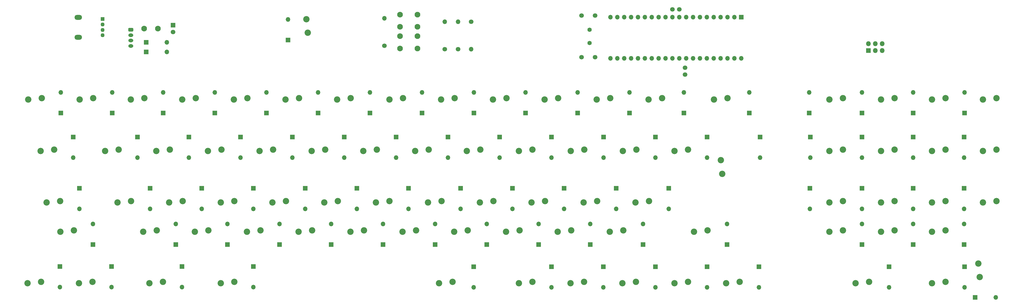
<source format=gts>
%TF.GenerationSoftware,KiCad,Pcbnew,(5.1.6)-1*%
%TF.CreationDate,2020-06-04T13:23:12+02:00*%
%TF.ProjectId,m0116_usb,6d303131-365f-4757-9362-2e6b69636164,rev?*%
%TF.SameCoordinates,Original*%
%TF.FileFunction,Soldermask,Top*%
%TF.FilePolarity,Negative*%
%FSLAX46Y46*%
G04 Gerber Fmt 4.6, Leading zero omitted, Abs format (unit mm)*
G04 Created by KiCad (PCBNEW (5.1.6)-1) date 2020-06-04 13:23:12*
%MOMM*%
%LPD*%
G01*
G04 APERTURE LIST*
%ADD10O,1.850000X1.300000*%
%ADD11O,1.700000X1.700000*%
%ADD12R,1.700000X1.700000*%
%ADD13C,1.600000*%
%ADD14C,1.700000*%
%ADD15O,1.450000X1.450000*%
%ADD16R,1.450000X1.450000*%
%ADD17O,2.800000X1.800000*%
%ADD18C,2.350000*%
%ADD19O,1.800000X1.800000*%
%ADD20R,1.800000X1.800000*%
%ADD21C,2.100000*%
G04 APERTURE END LIST*
D10*
%TO.C,J3*%
X69723000Y-87153000D03*
X69723000Y-85153000D03*
X69723000Y-83153000D03*
G36*
G01*
X69068832Y-80503000D02*
X70377168Y-80503000D01*
G75*
G02*
X70648000Y-80773832I0J-270832D01*
G01*
X70648000Y-81532168D01*
G75*
G02*
X70377168Y-81803000I-270832J0D01*
G01*
X69068832Y-81803000D01*
G75*
G02*
X68798000Y-81532168I0J270832D01*
G01*
X68798000Y-80773832D01*
G75*
G02*
X69068832Y-80503000I270832J0D01*
G01*
G37*
%TD*%
D11*
%TO.C,U1*%
X294944800Y-91744800D03*
X246684800Y-76504800D03*
X292404800Y-91744800D03*
X249224800Y-76504800D03*
X289864800Y-91744800D03*
X251764800Y-76504800D03*
X287324800Y-91744800D03*
X254304800Y-76504800D03*
X284784800Y-91744800D03*
X256844800Y-76504800D03*
X282244800Y-91744800D03*
X259384800Y-76504800D03*
X279704800Y-91744800D03*
X261924800Y-76504800D03*
X277164800Y-91744800D03*
X264464800Y-76504800D03*
X274624800Y-91744800D03*
X267004800Y-76504800D03*
X272084800Y-91744800D03*
X269544800Y-76504800D03*
X269544800Y-91744800D03*
X272084800Y-76504800D03*
X267004800Y-91744800D03*
X274624800Y-76504800D03*
X264464800Y-91744800D03*
X277164800Y-76504800D03*
X261924800Y-91744800D03*
X279704800Y-76504800D03*
X259384800Y-91744800D03*
X282244800Y-76504800D03*
X256844800Y-91744800D03*
X284784800Y-76504800D03*
X254304800Y-91744800D03*
X287324800Y-76504800D03*
X251764800Y-91744800D03*
X289864800Y-76504800D03*
X249224800Y-91744800D03*
X292404800Y-76504800D03*
X246684800Y-91744800D03*
D12*
X294944800Y-76504800D03*
%TD*%
D13*
%TO.C,XTAL1*%
X239014000Y-86033000D03*
X239014000Y-81153000D03*
%TD*%
D14*
%TO.C,C5*%
X236046000Y-91313000D03*
X241046000Y-91313000D03*
%TD*%
%TO.C,C4*%
X236046000Y-75946000D03*
X241046000Y-75946000D03*
%TD*%
%TO.C,C1*%
X85344000Y-82002000D03*
D12*
X85344000Y-79502000D03*
%TD*%
D15*
%TO.C,J2*%
X59309000Y-83216000D03*
X59309000Y-81216000D03*
X59309000Y-79216000D03*
D16*
X59309000Y-77216000D03*
%TD*%
D17*
%TO.C,USB1*%
X50391000Y-76614000D03*
X50391000Y-83914000D03*
%TD*%
D18*
%TO.C,MX34*%
X351496000Y-125539000D03*
X346496000Y-126039000D03*
%TD*%
%TO.C,MX40*%
X107910000Y-144589000D03*
X102910000Y-145089000D03*
%TD*%
D19*
%TO.C,J1*%
X346964000Y-86360000D03*
X346964000Y-88900000D03*
X344424000Y-86360000D03*
X344424000Y-88900000D03*
X341884000Y-86360000D03*
D20*
X341884000Y-88900000D03*
%TD*%
D18*
%TO.C,MX14*%
X289901000Y-106489000D03*
X284901000Y-106989000D03*
%TD*%
%TO.C,MX1*%
X36917000Y-106489000D03*
X31917000Y-106989000D03*
%TD*%
D12*
%TO.C,D3*%
X43942000Y-112014000D03*
D11*
X43942000Y-104394000D03*
%TD*%
D14*
%TO.C,R3*%
X185547000Y-88392000D03*
D11*
X185547000Y-78232000D03*
%TD*%
%TO.C,D1*%
X83058000Y-85852000D03*
D12*
X75438000Y-85852000D03*
%TD*%
D11*
%TO.C,D2*%
X83058000Y-89408000D03*
D12*
X75438000Y-89408000D03*
%TD*%
D18*
%TO.C,MX62*%
X227243000Y-155893000D03*
X232243000Y-155393000D03*
%TD*%
%TO.C,MX64*%
X277535000Y-155893000D03*
X282535000Y-155393000D03*
%TD*%
D11*
%TO.C,D18*%
X339471000Y-104394000D03*
D12*
X339471000Y-112014000D03*
%TD*%
D18*
%TO.C,MX3*%
X74763000Y-106489000D03*
X69763000Y-106989000D03*
%TD*%
%TO.C,MX72*%
X135065000Y-82256000D03*
X134565000Y-77256000D03*
%TD*%
%TO.C,MX81*%
X382969000Y-172680000D03*
X382469000Y-167680000D03*
%TD*%
%TO.C,MX80*%
X365292000Y-174943000D03*
X370292000Y-174443000D03*
%TD*%
%TO.C,MX79*%
X337098000Y-174943000D03*
X342098000Y-174443000D03*
%TD*%
%TO.C,MX78*%
X289346000Y-174943000D03*
X294346000Y-174443000D03*
%TD*%
%TO.C,MX77*%
X270296000Y-174943000D03*
X275296000Y-174443000D03*
%TD*%
%TO.C,MX76*%
X251119000Y-174943000D03*
X256119000Y-174443000D03*
%TD*%
%TO.C,MX75*%
X231942000Y-174943000D03*
X236942000Y-174443000D03*
%TD*%
%TO.C,MX74*%
X212892000Y-174943000D03*
X217892000Y-174443000D03*
%TD*%
%TO.C,MX73*%
X183428000Y-174943000D03*
X188428000Y-174443000D03*
%TD*%
%TO.C,MX71*%
X102910000Y-174943000D03*
X107910000Y-174443000D03*
%TD*%
%TO.C,MX70*%
X76621000Y-174943000D03*
X81621000Y-174443000D03*
%TD*%
%TO.C,MX69*%
X50586000Y-174943000D03*
X55586000Y-174443000D03*
%TD*%
%TO.C,MX68*%
X31663000Y-174943000D03*
X36663000Y-174443000D03*
%TD*%
%TO.C,MX67*%
X365292000Y-155893000D03*
X370292000Y-155393000D03*
%TD*%
%TO.C,MX66*%
X346496000Y-155893000D03*
X351496000Y-155393000D03*
%TD*%
%TO.C,MX65*%
X327446000Y-155893000D03*
X332446000Y-155393000D03*
%TD*%
%TO.C,MX63*%
X246420000Y-155893000D03*
X251420000Y-155393000D03*
%TD*%
%TO.C,MX61*%
X208193000Y-155893000D03*
X213193000Y-155393000D03*
%TD*%
%TO.C,MX60*%
X189016000Y-155893000D03*
X194016000Y-155393000D03*
%TD*%
%TO.C,MX59*%
X169966000Y-155893000D03*
X174966000Y-155393000D03*
%TD*%
%TO.C,MX58*%
X150789000Y-155893000D03*
X155789000Y-155393000D03*
%TD*%
%TO.C,MX57*%
X131612000Y-155893000D03*
X136612000Y-155393000D03*
%TD*%
%TO.C,MX56*%
X112562000Y-155893000D03*
X117562000Y-155393000D03*
%TD*%
%TO.C,MX55*%
X93385000Y-155893000D03*
X98385000Y-155393000D03*
%TD*%
%TO.C,MX54*%
X74335000Y-155893000D03*
X79335000Y-155393000D03*
%TD*%
%TO.C,MX53*%
X43728000Y-155893000D03*
X48728000Y-155393000D03*
%TD*%
%TO.C,MX52*%
X389088000Y-144589000D03*
X384088000Y-145089000D03*
%TD*%
%TO.C,MX51*%
X370292000Y-144589000D03*
X365292000Y-145089000D03*
%TD*%
%TO.C,MX50*%
X351496000Y-144589000D03*
X346496000Y-145089000D03*
%TD*%
%TO.C,MX49*%
X332446000Y-144589000D03*
X327446000Y-145089000D03*
%TD*%
%TO.C,MX48*%
X260945000Y-144589000D03*
X255945000Y-145089000D03*
%TD*%
%TO.C,MX47*%
X241768000Y-144589000D03*
X236768000Y-145089000D03*
%TD*%
%TO.C,MX46*%
X222591000Y-144589000D03*
X217591000Y-145089000D03*
%TD*%
%TO.C,MX45*%
X203541000Y-144589000D03*
X198541000Y-145089000D03*
%TD*%
%TO.C,MX44*%
X184364000Y-144589000D03*
X179364000Y-145089000D03*
%TD*%
%TO.C,MX43*%
X165187000Y-144589000D03*
X160187000Y-145089000D03*
%TD*%
%TO.C,MX42*%
X146137000Y-144589000D03*
X141137000Y-145089000D03*
%TD*%
%TO.C,MX41*%
X126960000Y-144589000D03*
X121960000Y-145089000D03*
%TD*%
%TO.C,MX39*%
X88860000Y-144589000D03*
X83860000Y-145089000D03*
%TD*%
%TO.C,MX38*%
X69810000Y-144589000D03*
X64810000Y-145089000D03*
%TD*%
%TO.C,MX37*%
X43648000Y-144589000D03*
X38648000Y-145089000D03*
%TD*%
%TO.C,MX36*%
X389088000Y-125539000D03*
X384088000Y-126039000D03*
%TD*%
%TO.C,MX35*%
X370292000Y-125539000D03*
X365292000Y-126039000D03*
%TD*%
%TO.C,MX33*%
X332446000Y-125539000D03*
X327446000Y-126039000D03*
%TD*%
%TO.C,MX32*%
X287973000Y-134453000D03*
X287473000Y-129453000D03*
%TD*%
%TO.C,MX31*%
X275296000Y-125539000D03*
X270296000Y-126039000D03*
%TD*%
%TO.C,MX30*%
X256246000Y-125539000D03*
X251246000Y-126039000D03*
%TD*%
%TO.C,MX29*%
X237069000Y-125539000D03*
X232069000Y-126039000D03*
%TD*%
%TO.C,MX28*%
X217892000Y-125539000D03*
X212892000Y-126039000D03*
%TD*%
%TO.C,MX27*%
X198715000Y-125539000D03*
X193715000Y-126039000D03*
%TD*%
%TO.C,MX26*%
X179665000Y-125539000D03*
X174665000Y-126039000D03*
%TD*%
%TO.C,MX25*%
X160488000Y-125539000D03*
X155488000Y-126039000D03*
%TD*%
%TO.C,MX24*%
X141438000Y-125539000D03*
X136438000Y-126039000D03*
%TD*%
%TO.C,MX23*%
X122261000Y-125539000D03*
X117261000Y-126039000D03*
%TD*%
%TO.C,MX22*%
X103211000Y-125539000D03*
X98211000Y-126039000D03*
%TD*%
%TO.C,MX21*%
X84161000Y-125539000D03*
X79161000Y-126039000D03*
%TD*%
%TO.C,MX20*%
X65238000Y-125539000D03*
X60238000Y-126039000D03*
%TD*%
%TO.C,MX19*%
X41489000Y-125539000D03*
X36489000Y-126039000D03*
%TD*%
%TO.C,MX18*%
X389088000Y-106489000D03*
X384088000Y-106989000D03*
%TD*%
%TO.C,MX17*%
X370292000Y-106489000D03*
X365292000Y-106989000D03*
%TD*%
%TO.C,MX16*%
X351496000Y-106489000D03*
X346496000Y-106989000D03*
%TD*%
%TO.C,MX15*%
X332446000Y-106489000D03*
X327446000Y-106989000D03*
%TD*%
%TO.C,MX13*%
X265771000Y-106489000D03*
X260771000Y-106989000D03*
%TD*%
%TO.C,MX12*%
X246594000Y-106489000D03*
X241594000Y-106989000D03*
%TD*%
%TO.C,MX11*%
X227417000Y-106489000D03*
X222417000Y-106989000D03*
%TD*%
%TO.C,MX10*%
X208367000Y-106489000D03*
X203367000Y-106989000D03*
%TD*%
%TO.C,MX9*%
X189190000Y-106489000D03*
X184190000Y-106989000D03*
%TD*%
%TO.C,MX8*%
X170140000Y-106489000D03*
X165140000Y-106989000D03*
%TD*%
%TO.C,MX7*%
X150836000Y-106489000D03*
X145836000Y-106989000D03*
%TD*%
%TO.C,MX6*%
X131786000Y-106489000D03*
X126786000Y-106989000D03*
%TD*%
%TO.C,MX5*%
X112736000Y-106489000D03*
X107736000Y-106989000D03*
%TD*%
%TO.C,MX4*%
X93686000Y-106489000D03*
X88686000Y-106989000D03*
%TD*%
%TO.C,MX2*%
X55840000Y-106489000D03*
X50840000Y-106989000D03*
%TD*%
D21*
%TO.C,Reset1*%
X175537000Y-75565000D03*
X175537000Y-80065000D03*
X169037000Y-75565000D03*
X169037000Y-80065000D03*
%TD*%
D11*
%TO.C,R2*%
X195326000Y-88392000D03*
D14*
X195326000Y-78232000D03*
%TD*%
%TO.C,R4*%
X190500000Y-88392000D03*
D11*
X190500000Y-78232000D03*
%TD*%
%TO.C,R1*%
X163322000Y-76962000D03*
D14*
X163322000Y-87122000D03*
%TD*%
D21*
%TO.C,F1*%
X74676000Y-80762000D03*
X79756000Y-80772000D03*
%TD*%
D11*
%TO.C,D74*%
X127762000Y-77343000D03*
D12*
X127762000Y-84963000D03*
%TD*%
D11*
%TO.C,D83*%
X388874000Y-180213000D03*
D12*
X381254000Y-180213000D03*
%TD*%
D11*
%TO.C,D82*%
X377317000Y-176530000D03*
D12*
X377317000Y-168910000D03*
%TD*%
D11*
%TO.C,D81*%
X349504000Y-176530000D03*
D12*
X349504000Y-168910000D03*
%TD*%
D11*
%TO.C,D80*%
X301498000Y-176530000D03*
D12*
X301498000Y-168910000D03*
%TD*%
D11*
%TO.C,D79*%
X282321000Y-176530000D03*
D12*
X282321000Y-168910000D03*
%TD*%
D11*
%TO.C,D78*%
X263271000Y-176530000D03*
D12*
X263271000Y-168910000D03*
%TD*%
D11*
%TO.C,D77*%
X244094000Y-176530000D03*
D12*
X244094000Y-168910000D03*
%TD*%
D11*
%TO.C,D76*%
X224917000Y-176530000D03*
D12*
X224917000Y-168910000D03*
%TD*%
D11*
%TO.C,D75*%
X196215000Y-176530000D03*
D12*
X196215000Y-168910000D03*
%TD*%
D11*
%TO.C,D73*%
X114935000Y-176403000D03*
D12*
X114935000Y-168783000D03*
%TD*%
D11*
%TO.C,D72*%
X88646000Y-176403000D03*
D12*
X88646000Y-168783000D03*
%TD*%
D11*
%TO.C,D71*%
X62611000Y-176403000D03*
D12*
X62611000Y-168783000D03*
%TD*%
D11*
%TO.C,D70*%
X43561000Y-176403000D03*
D12*
X43561000Y-168783000D03*
%TD*%
D11*
%TO.C,D69*%
X377190000Y-153035000D03*
D12*
X377190000Y-160655000D03*
%TD*%
D11*
%TO.C,D68*%
X358394000Y-153035000D03*
D12*
X358394000Y-160655000D03*
%TD*%
D11*
%TO.C,D67*%
X339471000Y-153035000D03*
D12*
X339471000Y-160655000D03*
%TD*%
D11*
%TO.C,D66*%
X289687000Y-153035000D03*
D12*
X289687000Y-160655000D03*
%TD*%
D11*
%TO.C,D65*%
X258699000Y-153035000D03*
D12*
X258699000Y-160655000D03*
%TD*%
D11*
%TO.C,D64*%
X239268000Y-153035000D03*
D12*
X239268000Y-160655000D03*
%TD*%
D11*
%TO.C,D63*%
X220218000Y-153035000D03*
D12*
X220218000Y-160655000D03*
%TD*%
D11*
%TO.C,D62*%
X201041000Y-153035000D03*
D12*
X201041000Y-160655000D03*
%TD*%
D11*
%TO.C,D61*%
X181991000Y-153035000D03*
D12*
X181991000Y-160655000D03*
%TD*%
D11*
%TO.C,D60*%
X162814000Y-153035000D03*
D12*
X162814000Y-160655000D03*
%TD*%
D11*
%TO.C,D59*%
X143637000Y-153035000D03*
D12*
X143637000Y-160655000D03*
%TD*%
D11*
%TO.C,D58*%
X124587000Y-153035000D03*
D12*
X124587000Y-160655000D03*
%TD*%
D11*
%TO.C,D57*%
X105410000Y-153035000D03*
D12*
X105410000Y-160655000D03*
%TD*%
D11*
%TO.C,D56*%
X86360000Y-153035000D03*
D12*
X86360000Y-160655000D03*
%TD*%
D11*
%TO.C,D55*%
X55753000Y-153035000D03*
D12*
X55753000Y-160655000D03*
%TD*%
D11*
%TO.C,D54*%
X377190000Y-147447000D03*
D12*
X377190000Y-139827000D03*
%TD*%
D11*
%TO.C,D53*%
X358394000Y-147447000D03*
D12*
X358394000Y-139827000D03*
%TD*%
D11*
%TO.C,D52*%
X339471000Y-147447000D03*
D12*
X339471000Y-139827000D03*
%TD*%
D11*
%TO.C,D51*%
X320294000Y-147447000D03*
D12*
X320294000Y-139827000D03*
%TD*%
D11*
%TO.C,D50*%
X268224000Y-147447000D03*
D12*
X268224000Y-139827000D03*
%TD*%
D11*
%TO.C,D49*%
X248793000Y-147447000D03*
D12*
X248793000Y-139827000D03*
%TD*%
D11*
%TO.C,D48*%
X229616000Y-147447000D03*
D12*
X229616000Y-139827000D03*
%TD*%
D11*
%TO.C,D47*%
X210566000Y-147447000D03*
D12*
X210566000Y-139827000D03*
%TD*%
D11*
%TO.C,D46*%
X191389000Y-147447000D03*
D12*
X191389000Y-139827000D03*
%TD*%
D11*
%TO.C,D45*%
X172212000Y-147447000D03*
D12*
X172212000Y-139827000D03*
%TD*%
D11*
%TO.C,D44*%
X153162000Y-147447000D03*
D12*
X153162000Y-139827000D03*
%TD*%
D11*
%TO.C,D43*%
X134112000Y-147447000D03*
D12*
X134112000Y-139827000D03*
%TD*%
D11*
%TO.C,D42*%
X114935000Y-147447000D03*
D12*
X114935000Y-139827000D03*
%TD*%
D11*
%TO.C,D41*%
X95885000Y-147447000D03*
D12*
X95885000Y-139827000D03*
%TD*%
D11*
%TO.C,D40*%
X76835000Y-147447000D03*
D12*
X76835000Y-139827000D03*
%TD*%
D11*
%TO.C,D39*%
X50800000Y-147447000D03*
D12*
X50800000Y-139827000D03*
%TD*%
D11*
%TO.C,D38*%
X377190000Y-128524000D03*
D12*
X377190000Y-120904000D03*
%TD*%
D11*
%TO.C,D37*%
X358394000Y-128524000D03*
D12*
X358394000Y-120904000D03*
%TD*%
D11*
%TO.C,D36*%
X339471000Y-128524000D03*
D12*
X339471000Y-120904000D03*
%TD*%
D11*
%TO.C,D35*%
X320421000Y-128524000D03*
D12*
X320421000Y-120904000D03*
%TD*%
D11*
%TO.C,D34*%
X301879000Y-128524000D03*
D12*
X301879000Y-120904000D03*
%TD*%
D11*
%TO.C,D33*%
X282321000Y-128524000D03*
D12*
X282321000Y-120904000D03*
%TD*%
D11*
%TO.C,D32*%
X263271000Y-128524000D03*
D12*
X263271000Y-120904000D03*
%TD*%
D11*
%TO.C,D31*%
X244144800Y-128524000D03*
D12*
X244144800Y-120904000D03*
%TD*%
D11*
%TO.C,D30*%
X224942400Y-128524000D03*
D12*
X224942400Y-120904000D03*
%TD*%
D11*
%TO.C,D29*%
X205841600Y-128524000D03*
D12*
X205841600Y-120904000D03*
%TD*%
D11*
%TO.C,D28*%
X186740800Y-128524000D03*
D12*
X186740800Y-120904000D03*
%TD*%
D11*
%TO.C,D27*%
X167589200Y-128524000D03*
D12*
X167589200Y-120904000D03*
%TD*%
D11*
%TO.C,D26*%
X148488400Y-128524000D03*
D12*
X148488400Y-120904000D03*
%TD*%
D11*
%TO.C,D25*%
X129336800Y-128524000D03*
D12*
X129336800Y-120904000D03*
%TD*%
D11*
%TO.C,D24*%
X110185200Y-128524000D03*
D12*
X110185200Y-120904000D03*
%TD*%
D11*
%TO.C,D23*%
X91135200Y-128524000D03*
D12*
X91135200Y-120904000D03*
%TD*%
%TO.C,D22*%
X72237600Y-120904000D03*
D11*
X72237600Y-128524000D03*
%TD*%
%TO.C,D21*%
X48514000Y-128524000D03*
D12*
X48514000Y-120904000D03*
%TD*%
D11*
%TO.C,D20*%
X377317000Y-104394000D03*
D12*
X377317000Y-112014000D03*
%TD*%
D11*
%TO.C,D19*%
X358394000Y-104394000D03*
D12*
X358394000Y-112014000D03*
%TD*%
D11*
%TO.C,D17*%
X320040000Y-104394000D03*
D12*
X320040000Y-112014000D03*
%TD*%
D11*
%TO.C,D16*%
X297942000Y-104394000D03*
D12*
X297942000Y-112014000D03*
%TD*%
D11*
%TO.C,D15*%
X273812000Y-104394000D03*
D12*
X273812000Y-112014000D03*
%TD*%
D11*
%TO.C,D14*%
X253746000Y-104394000D03*
D12*
X253746000Y-112014000D03*
%TD*%
D11*
%TO.C,D13*%
X234569000Y-104394000D03*
D12*
X234569000Y-112014000D03*
%TD*%
D11*
%TO.C,D12*%
X215392000Y-104394000D03*
D12*
X215392000Y-112014000D03*
%TD*%
D11*
%TO.C,D11*%
X196342000Y-104394000D03*
D12*
X196342000Y-112014000D03*
%TD*%
D11*
%TO.C,D10*%
X177165000Y-104394000D03*
D12*
X177165000Y-112014000D03*
%TD*%
D11*
%TO.C,D9*%
X157988000Y-104394000D03*
D12*
X157988000Y-112014000D03*
%TD*%
D11*
%TO.C,D8*%
X138811000Y-104394000D03*
D12*
X138811000Y-112014000D03*
%TD*%
D11*
%TO.C,D7*%
X119761000Y-104394000D03*
D12*
X119761000Y-112014000D03*
%TD*%
D11*
%TO.C,D6*%
X100711000Y-104394000D03*
D12*
X100711000Y-112014000D03*
%TD*%
D11*
%TO.C,D5*%
X81661000Y-104394000D03*
D12*
X81661000Y-112014000D03*
%TD*%
D11*
%TO.C,D4*%
X62865000Y-104394000D03*
D12*
X62865000Y-112014000D03*
%TD*%
D14*
%TO.C,C3*%
X269584800Y-73660000D03*
X272084800Y-73660000D03*
%TD*%
%TO.C,C2*%
X274193000Y-95250000D03*
X274193000Y-97750000D03*
%TD*%
D21*
%TO.C,Boot1*%
X175537000Y-83566000D03*
X175537000Y-88066000D03*
X169037000Y-83566000D03*
X169037000Y-88066000D03*
%TD*%
M02*

</source>
